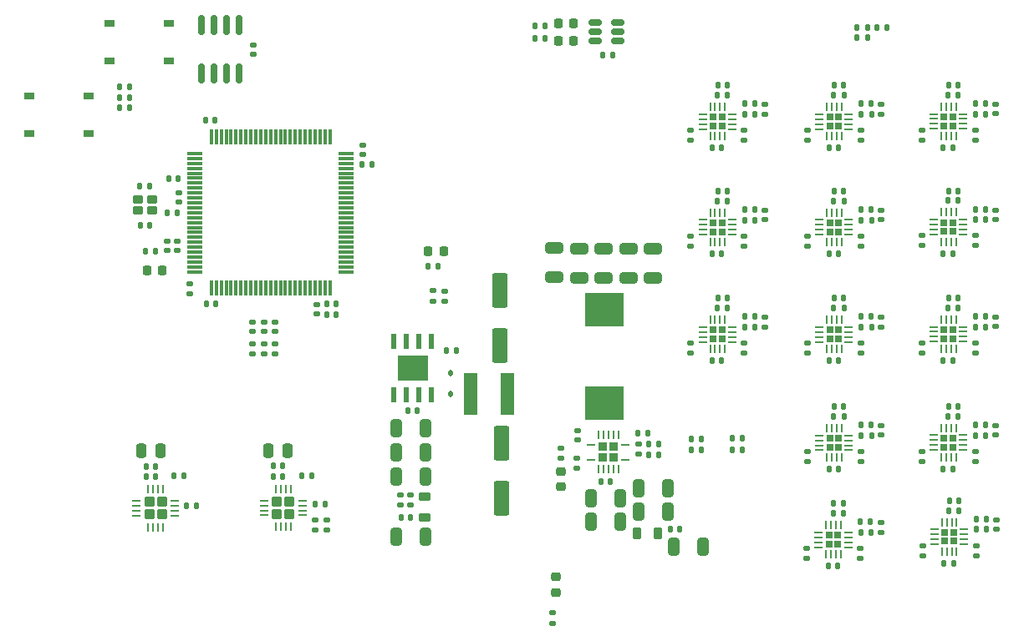
<source format=gbr>
%TF.GenerationSoftware,KiCad,Pcbnew,8.0.1*%
%TF.CreationDate,2024-11-04T21:37:07-08:00*%
%TF.ProjectId,kasm_pcb_rev2,6b61736d-5f70-4636-925f-726576322e6b,rev?*%
%TF.SameCoordinates,Original*%
%TF.FileFunction,Paste,Top*%
%TF.FilePolarity,Positive*%
%FSLAX46Y46*%
G04 Gerber Fmt 4.6, Leading zero omitted, Abs format (unit mm)*
G04 Created by KiCad (PCBNEW 8.0.1) date 2024-11-04 21:37:07*
%MOMM*%
%LPD*%
G01*
G04 APERTURE LIST*
G04 Aperture macros list*
%AMRoundRect*
0 Rectangle with rounded corners*
0 $1 Rounding radius*
0 $2 $3 $4 $5 $6 $7 $8 $9 X,Y pos of 4 corners*
0 Add a 4 corners polygon primitive as box body*
4,1,4,$2,$3,$4,$5,$6,$7,$8,$9,$2,$3,0*
0 Add four circle primitives for the rounded corners*
1,1,$1+$1,$2,$3*
1,1,$1+$1,$4,$5*
1,1,$1+$1,$6,$7*
1,1,$1+$1,$8,$9*
0 Add four rect primitives between the rounded corners*
20,1,$1+$1,$2,$3,$4,$5,0*
20,1,$1+$1,$4,$5,$6,$7,0*
20,1,$1+$1,$6,$7,$8,$9,0*
20,1,$1+$1,$8,$9,$2,$3,0*%
G04 Aperture macros list end*
%ADD10RoundRect,0.135000X-0.185000X0.135000X-0.185000X-0.135000X0.185000X-0.135000X0.185000X0.135000X0*%
%ADD11RoundRect,0.218750X0.256250X-0.218750X0.256250X0.218750X-0.256250X0.218750X-0.256250X-0.218750X0*%
%ADD12RoundRect,0.135000X-0.135000X-0.185000X0.135000X-0.185000X0.135000X0.185000X-0.135000X0.185000X0*%
%ADD13RoundRect,0.250000X0.275000X0.275000X-0.275000X0.275000X-0.275000X-0.275000X0.275000X-0.275000X0*%
%ADD14RoundRect,0.062500X0.375000X0.062500X-0.375000X0.062500X-0.375000X-0.062500X0.375000X-0.062500X0*%
%ADD15RoundRect,0.062500X0.062500X0.375000X-0.062500X0.375000X-0.062500X-0.375000X0.062500X-0.375000X0*%
%ADD16RoundRect,0.250000X0.325000X0.650000X-0.325000X0.650000X-0.325000X-0.650000X0.325000X-0.650000X0*%
%ADD17RoundRect,0.135000X0.135000X0.185000X-0.135000X0.185000X-0.135000X-0.185000X0.135000X-0.185000X0*%
%ADD18R,0.600000X1.550000*%
%ADD19R,3.100000X2.600000*%
%ADD20R,1.000000X0.750000*%
%ADD21RoundRect,0.140000X-0.140000X-0.170000X0.140000X-0.170000X0.140000X0.170000X-0.140000X0.170000X0*%
%ADD22RoundRect,0.140000X0.170000X-0.140000X0.170000X0.140000X-0.170000X0.140000X-0.170000X-0.140000X0*%
%ADD23RoundRect,0.140000X0.140000X0.170000X-0.140000X0.170000X-0.140000X-0.170000X0.140000X-0.170000X0*%
%ADD24RoundRect,0.182500X-0.182500X-0.182500X0.182500X-0.182500X0.182500X0.182500X-0.182500X0.182500X0*%
%ADD25RoundRect,0.062500X-0.325000X-0.062500X0.325000X-0.062500X0.325000X0.062500X-0.325000X0.062500X0*%
%ADD26RoundRect,0.062500X-0.062500X-0.325000X0.062500X-0.325000X0.062500X0.325000X-0.062500X0.325000X0*%
%ADD27R,1.400000X4.200000*%
%ADD28RoundRect,0.218750X-0.218750X-0.256250X0.218750X-0.256250X0.218750X0.256250X-0.218750X0.256250X0*%
%ADD29RoundRect,0.250000X0.550000X-1.500000X0.550000X1.500000X-0.550000X1.500000X-0.550000X-1.500000X0*%
%ADD30RoundRect,0.135000X0.185000X-0.135000X0.185000X0.135000X-0.185000X0.135000X-0.185000X-0.135000X0*%
%ADD31RoundRect,0.112500X0.112500X-0.187500X0.112500X0.187500X-0.112500X0.187500X-0.112500X-0.187500X0*%
%ADD32RoundRect,0.218750X0.381250X-0.218750X0.381250X0.218750X-0.381250X0.218750X-0.381250X-0.218750X0*%
%ADD33RoundRect,0.147500X0.172500X-0.147500X0.172500X0.147500X-0.172500X0.147500X-0.172500X-0.147500X0*%
%ADD34RoundRect,0.250000X0.650000X-0.325000X0.650000X0.325000X-0.650000X0.325000X-0.650000X-0.325000X0*%
%ADD35RoundRect,0.218750X0.218750X0.381250X-0.218750X0.381250X-0.218750X-0.381250X0.218750X-0.381250X0*%
%ADD36RoundRect,0.250000X0.250000X0.475000X-0.250000X0.475000X-0.250000X-0.475000X0.250000X-0.475000X0*%
%ADD37R,4.000000X3.500000*%
%ADD38RoundRect,0.218750X0.218750X0.256250X-0.218750X0.256250X-0.218750X-0.256250X0.218750X-0.256250X0*%
%ADD39RoundRect,0.250000X-0.325000X-0.650000X0.325000X-0.650000X0.325000X0.650000X-0.325000X0.650000X0*%
%ADD40RoundRect,0.150000X-0.150000X0.825000X-0.150000X-0.825000X0.150000X-0.825000X0.150000X0.825000X0*%
%ADD41RoundRect,0.140000X-0.170000X0.140000X-0.170000X-0.140000X0.170000X-0.140000X0.170000X0.140000X0*%
%ADD42RoundRect,0.218750X-0.256250X0.218750X-0.256250X-0.218750X0.256250X-0.218750X0.256250X0.218750X0*%
%ADD43RoundRect,0.150000X0.512500X0.150000X-0.512500X0.150000X-0.512500X-0.150000X0.512500X-0.150000X0*%
%ADD44RoundRect,0.250000X-0.550000X1.500000X-0.550000X-1.500000X0.550000X-1.500000X0.550000X1.500000X0*%
%ADD45R,0.820000X0.820000*%
%ADD46R,0.850000X0.280000*%
%ADD47R,0.280000X0.850000*%
%ADD48RoundRect,0.102000X-0.373000X-0.323000X0.373000X-0.323000X0.373000X0.323000X-0.373000X0.323000X0*%
%ADD49RoundRect,0.075000X-0.725000X-0.075000X0.725000X-0.075000X0.725000X0.075000X-0.725000X0.075000X0*%
%ADD50RoundRect,0.075000X-0.075000X-0.725000X0.075000X-0.725000X0.075000X0.725000X-0.075000X0.725000X0*%
G04 APERTURE END LIST*
D10*
%TO.C,R23*%
X132359400Y-117830600D03*
X132359400Y-116810600D03*
%TD*%
D11*
%TO.C,D9*%
X132685600Y-113153100D03*
X132685600Y-114728100D03*
%TD*%
D12*
%TO.C,R81*%
X160780000Y-106710200D03*
X161800000Y-106710200D03*
%TD*%
D13*
%TO.C,U9*%
X105731100Y-106803800D03*
X105731100Y-105503800D03*
X104431100Y-106803800D03*
X104431100Y-105503800D03*
D14*
X107018600Y-106903800D03*
X107018600Y-106403800D03*
X107018600Y-105903800D03*
X107018600Y-105403800D03*
D15*
X105831100Y-104216300D03*
X105331100Y-104216300D03*
X104831100Y-104216300D03*
X104331100Y-104216300D03*
D14*
X103143600Y-105403800D03*
X103143600Y-105903800D03*
X103143600Y-106403800D03*
X103143600Y-106903800D03*
D15*
X104331100Y-108091300D03*
X104831100Y-108091300D03*
X105331100Y-108091300D03*
X105831100Y-108091300D03*
%TD*%
D12*
%TO.C,R36*%
X172438600Y-64262000D03*
X173458600Y-64262000D03*
%TD*%
D16*
%TO.C,C2*%
X119473800Y-109089800D03*
X116523800Y-109089800D03*
%TD*%
D17*
%TO.C,R7*%
X147421600Y-100253800D03*
X146401600Y-100253800D03*
%TD*%
D12*
%TO.C,R71*%
X172438600Y-85852000D03*
X173458600Y-85852000D03*
%TD*%
%TO.C,R16*%
X93370600Y-76250800D03*
X94390600Y-76250800D03*
%TD*%
D18*
%TO.C,U1*%
X120094600Y-89257600D03*
X118824600Y-89257600D03*
X117554600Y-89257600D03*
X116284600Y-89257600D03*
X116284600Y-94657600D03*
X117554600Y-94657600D03*
X118824600Y-94657600D03*
X120094600Y-94657600D03*
D19*
X118189600Y-91957600D03*
%TD*%
D12*
%TO.C,R76*%
X149045200Y-85877400D03*
X150065200Y-85877400D03*
%TD*%
D20*
%TO.C,SW1*%
X79375000Y-64393600D03*
X85375000Y-64393600D03*
X79375000Y-68143600D03*
X85375000Y-68143600D03*
%TD*%
D10*
%TO.C,R40*%
X169773600Y-78534800D03*
X169773600Y-79554800D03*
%TD*%
%TO.C,R9*%
X134793800Y-101137600D03*
X134793800Y-102157600D03*
%TD*%
D21*
%TO.C,C75*%
X148541800Y-91236800D03*
X149501800Y-91236800D03*
%TD*%
D22*
%TO.C,C50*%
X177266600Y-66164400D03*
X177266600Y-65204400D03*
%TD*%
D12*
%TO.C,R96*%
X149045200Y-75006200D03*
X150065200Y-75006200D03*
%TD*%
D23*
%TO.C,C57*%
X92148600Y-102971600D03*
X91188600Y-102971600D03*
%TD*%
D24*
%TO.C,U12*%
X172023200Y-99074400D03*
X172023200Y-99974400D03*
X172923200Y-99074400D03*
X172923200Y-99974400D03*
D25*
X170985700Y-98774400D03*
X170985700Y-99274400D03*
X170985700Y-99774400D03*
X170985700Y-100274400D03*
D26*
X171723200Y-101011900D03*
X172223200Y-101011900D03*
X172723200Y-101011900D03*
X173223200Y-101011900D03*
D25*
X173960700Y-100274400D03*
X173960700Y-99774400D03*
X173960700Y-99274400D03*
X173960700Y-98774400D03*
D26*
X173223200Y-98036900D03*
X172723200Y-98036900D03*
X172223200Y-98036900D03*
X171723200Y-98036900D03*
%TD*%
D23*
%TO.C,C73*%
X173454000Y-84861400D03*
X172494000Y-84861400D03*
%TD*%
D12*
%TO.C,R54*%
X163624800Y-65151000D03*
X164644800Y-65151000D03*
%TD*%
D21*
%TO.C,C51*%
X171935200Y-80340200D03*
X172895200Y-80340200D03*
%TD*%
D24*
%TO.C,U11*%
X172023200Y-77205000D03*
X172023200Y-78105000D03*
X172923200Y-77205000D03*
X172923200Y-78105000D03*
D25*
X170985700Y-76905000D03*
X170985700Y-77405000D03*
X170985700Y-77905000D03*
X170985700Y-78405000D03*
D26*
X171723200Y-79142500D03*
X172223200Y-79142500D03*
X172723200Y-79142500D03*
X173223200Y-79142500D03*
D25*
X173960700Y-78405000D03*
X173960700Y-77905000D03*
X173960700Y-77405000D03*
X173960700Y-76905000D03*
D26*
X173223200Y-76167500D03*
X172723200Y-76167500D03*
X172223200Y-76167500D03*
X171723200Y-76167500D03*
%TD*%
D16*
%TO.C,C15*%
X139242400Y-105207400D03*
X136292400Y-105207400D03*
%TD*%
D10*
%TO.C,R95*%
X146380200Y-78560200D03*
X146380200Y-79580200D03*
%TD*%
D21*
%TO.C,C25*%
X142141000Y-100736200D03*
X143101000Y-100736200D03*
%TD*%
D22*
%TO.C,C74*%
X177266600Y-87754400D03*
X177266600Y-86794400D03*
%TD*%
D27*
%TO.C,L1*%
X124073600Y-94594800D03*
X127773600Y-94594800D03*
%TD*%
D17*
%TO.C,R13*%
X92159400Y-80137000D03*
X91139400Y-80137000D03*
%TD*%
D21*
%TO.C,C69*%
X148541800Y-69646800D03*
X149501800Y-69646800D03*
%TD*%
D23*
%TO.C,C88*%
X150060600Y-74015600D03*
X149100600Y-74015600D03*
%TD*%
D22*
%TO.C,C62*%
X165684200Y-66189800D03*
X165684200Y-65229800D03*
%TD*%
D12*
%TO.C,R18*%
X119735700Y-81610200D03*
X120755700Y-81610200D03*
%TD*%
D23*
%TO.C,C40*%
X91543200Y-73507600D03*
X90583200Y-73507600D03*
%TD*%
D10*
%TO.C,R80*%
X158115000Y-110264200D03*
X158115000Y-111284200D03*
%TD*%
D28*
%TO.C,D5*%
X119760900Y-80137000D03*
X121335900Y-80137000D03*
%TD*%
D12*
%TO.C,R69*%
X151813800Y-65151000D03*
X152833800Y-65151000D03*
%TD*%
D29*
%TO.C,C8*%
X127015800Y-89647800D03*
X127015800Y-84047800D03*
%TD*%
D21*
%TO.C,C24*%
X142136000Y-99650800D03*
X143096000Y-99650800D03*
%TD*%
D23*
%TO.C,C79*%
X161795400Y-105719600D03*
X160835400Y-105719600D03*
%TD*%
D21*
%TO.C,C54*%
X171935200Y-102209600D03*
X172895200Y-102209600D03*
%TD*%
D23*
%TO.C,C64*%
X161871600Y-84886800D03*
X160911600Y-84886800D03*
%TD*%
D12*
%TO.C,R10*%
X146401600Y-99118932D03*
X147421600Y-99118932D03*
%TD*%
%TO.C,R84*%
X163548600Y-107573800D03*
X164568600Y-107573800D03*
%TD*%
D23*
%TO.C,C27*%
X110441800Y-85471000D03*
X109481800Y-85471000D03*
%TD*%
D10*
%TO.C,R82*%
X163525200Y-110262200D03*
X163525200Y-111282200D03*
%TD*%
D12*
%TO.C,R26*%
X108301600Y-105765600D03*
X109321600Y-105765600D03*
%TD*%
D30*
%TO.C,R27*%
X109499400Y-108383800D03*
X109499400Y-107363800D03*
%TD*%
D31*
%TO.C,D1*%
X122012000Y-94603400D03*
X122012000Y-92503400D03*
%TD*%
D12*
%TO.C,R68*%
X151839200Y-66217800D03*
X152859200Y-66217800D03*
%TD*%
D22*
%TO.C,C71*%
X153873200Y-66189800D03*
X153873200Y-65229800D03*
%TD*%
D12*
%TO.C,R56*%
X160856200Y-85877400D03*
X161876200Y-85877400D03*
%TD*%
D21*
%TO.C,C63*%
X160352800Y-91236800D03*
X161312800Y-91236800D03*
%TD*%
D10*
%TO.C,R90*%
X158191200Y-78560200D03*
X158191200Y-79580200D03*
%TD*%
D12*
%TO.C,R12*%
X88517000Y-65582800D03*
X89537000Y-65582800D03*
%TD*%
%TO.C,R41*%
X172438600Y-74980800D03*
X173458600Y-74980800D03*
%TD*%
D32*
%TO.C,FB1*%
X119446600Y-107104300D03*
X119446600Y-104979300D03*
%TD*%
D10*
%TO.C,R45*%
X169773600Y-100404200D03*
X169773600Y-101424200D03*
%TD*%
D12*
%TO.C,R63*%
X163650200Y-98806000D03*
X164670200Y-98806000D03*
%TD*%
D10*
%TO.C,R35*%
X169773600Y-67816000D03*
X169773600Y-68836000D03*
%TD*%
D12*
%TO.C,R14*%
X88517000Y-63398400D03*
X89537000Y-63398400D03*
%TD*%
D10*
%TO.C,R42*%
X175183800Y-78532800D03*
X175183800Y-79552800D03*
%TD*%
D23*
%TO.C,C70*%
X150060600Y-63296800D03*
X149100600Y-63296800D03*
%TD*%
D21*
%TO.C,C41*%
X90634000Y-77444600D03*
X91594000Y-77444600D03*
%TD*%
D24*
%TO.C,U15*%
X160440800Y-99099800D03*
X160440800Y-99999800D03*
X161340800Y-99099800D03*
X161340800Y-99999800D03*
D25*
X159403300Y-98799800D03*
X159403300Y-99299800D03*
X159403300Y-99799800D03*
X159403300Y-100299800D03*
D26*
X160140800Y-101037300D03*
X160640800Y-101037300D03*
X161140800Y-101037300D03*
X161640800Y-101037300D03*
D25*
X162378300Y-100299800D03*
X162378300Y-99799800D03*
X162378300Y-99299800D03*
X162378300Y-98799800D03*
D26*
X161640800Y-98062300D03*
X161140800Y-98062300D03*
X160640800Y-98062300D03*
X160140800Y-98062300D03*
%TD*%
D22*
%TO.C,C80*%
X165608000Y-108612600D03*
X165608000Y-107652600D03*
%TD*%
D33*
%TO.C,D6*%
X101981000Y-88272000D03*
X101981000Y-87302000D03*
%TD*%
D34*
%TO.C,C19*%
X132542800Y-82756600D03*
X132542800Y-79806600D03*
%TD*%
D33*
%TO.C,D7*%
X103124000Y-88274000D03*
X103124000Y-87304000D03*
%TD*%
D21*
%TO.C,C84*%
X160352800Y-80365600D03*
X161312800Y-80365600D03*
%TD*%
D35*
%TO.C,FB2*%
X143058600Y-108738000D03*
X140933600Y-108738000D03*
%TD*%
D10*
%TO.C,R92*%
X163601400Y-78558200D03*
X163601400Y-79578200D03*
%TD*%
D21*
%TO.C,C36*%
X93504200Y-72720200D03*
X94464200Y-72720200D03*
%TD*%
D22*
%TO.C,C31*%
X94488000Y-75156000D03*
X94488000Y-74196000D03*
%TD*%
D10*
%TO.C,R47*%
X175183800Y-100402200D03*
X175183800Y-101422200D03*
%TD*%
%TO.C,R11*%
X141066600Y-99699600D03*
X141066600Y-100719600D03*
%TD*%
D12*
%TO.C,R49*%
X175207200Y-97713800D03*
X176227200Y-97713800D03*
%TD*%
D22*
%TO.C,C89*%
X153873200Y-76908600D03*
X153873200Y-75948600D03*
%TD*%
D12*
%TO.C,R86*%
X172514800Y-106405400D03*
X173534800Y-106405400D03*
%TD*%
D36*
%TO.C,C58*%
X92618600Y-100355400D03*
X90718600Y-100355400D03*
%TD*%
D37*
%TO.C,L2*%
X137591800Y-95555000D03*
X137591800Y-86055000D03*
%TD*%
D10*
%TO.C,R85*%
X169849800Y-109959400D03*
X169849800Y-110979400D03*
%TD*%
D38*
%TO.C,D4*%
X134518500Y-57023000D03*
X132943500Y-57023000D03*
%TD*%
D10*
%TO.C,R52*%
X163601400Y-67839400D03*
X163601400Y-68859400D03*
%TD*%
D23*
%TO.C,C28*%
X98276800Y-85471000D03*
X97316800Y-85471000D03*
%TD*%
D21*
%TO.C,C66*%
X160352800Y-102235000D03*
X161312800Y-102235000D03*
%TD*%
D39*
%TO.C,C10*%
X144682400Y-110058800D03*
X147632400Y-110058800D03*
%TD*%
D23*
%TO.C,C82*%
X173530200Y-105414800D03*
X172570200Y-105414800D03*
%TD*%
D10*
%TO.C,R21*%
X104267000Y-89533000D03*
X104267000Y-90553000D03*
%TD*%
D12*
%TO.C,R66*%
X149045200Y-64287400D03*
X150065200Y-64287400D03*
%TD*%
D21*
%TO.C,C78*%
X160276600Y-112069600D03*
X161236600Y-112069600D03*
%TD*%
D10*
%TO.C,R65*%
X146380200Y-67841400D03*
X146380200Y-68861400D03*
%TD*%
D34*
%TO.C,C21*%
X137543800Y-82782000D03*
X137543800Y-79832000D03*
%TD*%
D12*
%TO.C,R31*%
X95322200Y-105892600D03*
X96342200Y-105892600D03*
%TD*%
D24*
%TO.C,U18*%
X148629800Y-88101600D03*
X148629800Y-89001600D03*
X149529800Y-88101600D03*
X149529800Y-89001600D03*
D25*
X147592300Y-87801600D03*
X147592300Y-88301600D03*
X147592300Y-88801600D03*
X147592300Y-89301600D03*
D26*
X148329800Y-90039100D03*
X148829800Y-90039100D03*
X149329800Y-90039100D03*
X149829800Y-90039100D03*
D25*
X150567300Y-89301600D03*
X150567300Y-88801600D03*
X150567300Y-88301600D03*
X150567300Y-87801600D03*
D26*
X149829800Y-87064100D03*
X149329800Y-87064100D03*
X148829800Y-87064100D03*
X148329800Y-87064100D03*
%TD*%
D22*
%TO.C,C77*%
X153873200Y-87779800D03*
X153873200Y-86819800D03*
%TD*%
D40*
%TO.C,U3*%
X100595200Y-57138800D03*
X99325200Y-57138800D03*
X98055200Y-57138800D03*
X96785200Y-57138800D03*
X96785200Y-62088800D03*
X98055200Y-62088800D03*
X99325200Y-62088800D03*
X100595200Y-62088800D03*
%TD*%
D20*
%TO.C,SW2*%
X87500200Y-57027600D03*
X93500200Y-57027600D03*
X87500200Y-60777600D03*
X93500200Y-60777600D03*
%TD*%
D10*
%TO.C,R37*%
X175183800Y-67814000D03*
X175183800Y-68834000D03*
%TD*%
D12*
%TO.C,R83*%
X163574000Y-108640600D03*
X164594000Y-108640600D03*
%TD*%
%TO.C,R73*%
X175232600Y-87782400D03*
X176252600Y-87782400D03*
%TD*%
D24*
%TO.C,U8*%
X172023200Y-66486200D03*
X172023200Y-67386200D03*
X172923200Y-66486200D03*
X172923200Y-67386200D03*
D25*
X170985700Y-66186200D03*
X170985700Y-66686200D03*
X170985700Y-67186200D03*
X170985700Y-67686200D03*
D26*
X171723200Y-68423700D03*
X172223200Y-68423700D03*
X172723200Y-68423700D03*
X173223200Y-68423700D03*
D25*
X173960700Y-67686200D03*
X173960700Y-67186200D03*
X173960700Y-66686200D03*
X173960700Y-66186200D03*
D26*
X173223200Y-65448700D03*
X172723200Y-65448700D03*
X172223200Y-65448700D03*
X171723200Y-65448700D03*
%TD*%
D23*
%TO.C,C16*%
X138248200Y-103438666D03*
X137288200Y-103438666D03*
%TD*%
D41*
%TO.C,C35*%
X93298400Y-79098200D03*
X93298400Y-80058200D03*
%TD*%
D12*
%TO.C,R58*%
X163650200Y-87807800D03*
X164670200Y-87807800D03*
%TD*%
D24*
%TO.C,U22*%
X148629800Y-77230400D03*
X148629800Y-78130400D03*
X149529800Y-77230400D03*
X149529800Y-78130400D03*
D25*
X147592300Y-76930400D03*
X147592300Y-77430400D03*
X147592300Y-77930400D03*
X147592300Y-78430400D03*
D26*
X148329800Y-79167900D03*
X148829800Y-79167900D03*
X149329800Y-79167900D03*
X149829800Y-79167900D03*
D25*
X150567300Y-78430400D03*
X150567300Y-77930400D03*
X150567300Y-77430400D03*
X150567300Y-76930400D03*
D26*
X149829800Y-76192900D03*
X149329800Y-76192900D03*
X148829800Y-76192900D03*
X148329800Y-76192900D03*
%TD*%
D22*
%TO.C,C86*%
X165684200Y-76908600D03*
X165684200Y-75948600D03*
%TD*%
D10*
%TO.C,R55*%
X158191200Y-89431400D03*
X158191200Y-90451400D03*
%TD*%
D21*
%TO.C,C33*%
X137467500Y-60198000D03*
X138427500Y-60198000D03*
%TD*%
D22*
%TO.C,C34*%
X94365200Y-80058200D03*
X94365200Y-79098200D03*
%TD*%
D23*
%TO.C,C7*%
X118679400Y-96296600D03*
X117719400Y-96296600D03*
%TD*%
D34*
%TO.C,C20*%
X135043300Y-82780200D03*
X135043300Y-79830200D03*
%TD*%
D21*
%TO.C,C11*%
X144305800Y-108331600D03*
X145265800Y-108331600D03*
%TD*%
D10*
%TO.C,R57*%
X163601400Y-89429400D03*
X163601400Y-90449400D03*
%TD*%
D24*
%TO.C,U21*%
X160440800Y-77230400D03*
X160440800Y-78130400D03*
X161340800Y-77230400D03*
X161340800Y-78130400D03*
D25*
X159403300Y-76930400D03*
X159403300Y-77430400D03*
X159403300Y-77930400D03*
X159403300Y-78430400D03*
D26*
X160140800Y-79167900D03*
X160640800Y-79167900D03*
X161140800Y-79167900D03*
X161640800Y-79167900D03*
D25*
X162378300Y-78430400D03*
X162378300Y-77930400D03*
X162378300Y-77430400D03*
X162378300Y-76930400D03*
D26*
X161640800Y-76192900D03*
X161140800Y-76192900D03*
X160640800Y-76192900D03*
X160140800Y-76192900D03*
%TD*%
D42*
%TO.C,D2*%
X133244400Y-102438100D03*
X133244400Y-104013100D03*
%TD*%
D23*
%TO.C,C37*%
X89507000Y-64490600D03*
X88547000Y-64490600D03*
%TD*%
D10*
%TO.C,R62*%
X163601400Y-100427600D03*
X163601400Y-101447600D03*
%TD*%
D21*
%TO.C,C42*%
X165239000Y-57378600D03*
X166199000Y-57378600D03*
%TD*%
D24*
%TO.C,U19*%
X160364600Y-108934400D03*
X160364600Y-109834400D03*
X161264600Y-108934400D03*
X161264600Y-109834400D03*
D25*
X159327100Y-108634400D03*
X159327100Y-109134400D03*
X159327100Y-109634400D03*
X159327100Y-110134400D03*
D26*
X160064600Y-110871900D03*
X160564600Y-110871900D03*
X161064600Y-110871900D03*
X161564600Y-110871900D03*
D25*
X162302100Y-110134400D03*
X162302100Y-109634400D03*
X162302100Y-109134400D03*
X162302100Y-108634400D03*
D26*
X161564600Y-107896900D03*
X161064600Y-107896900D03*
X160564600Y-107896900D03*
X160064600Y-107896900D03*
%TD*%
D22*
%TO.C,C59*%
X177266600Y-98752600D03*
X177266600Y-97792600D03*
%TD*%
D12*
%TO.C,R32*%
X163229800Y-57378600D03*
X164249800Y-57378600D03*
%TD*%
D22*
%TO.C,C83*%
X177342800Y-108307800D03*
X177342800Y-107347800D03*
%TD*%
D10*
%TO.C,R77*%
X151790400Y-89429400D03*
X151790400Y-90449400D03*
%TD*%
D17*
%TO.C,R33*%
X164247800Y-58445400D03*
X163227800Y-58445400D03*
%TD*%
D43*
%TO.C,U6*%
X138963500Y-58796000D03*
X138963500Y-57846000D03*
X138963500Y-56896000D03*
X136688500Y-56896000D03*
X136688500Y-57846000D03*
X136688500Y-58796000D03*
%TD*%
D44*
%TO.C,C9*%
X127193600Y-99541800D03*
X127193600Y-105141800D03*
%TD*%
D10*
%TO.C,R72*%
X175183800Y-89404000D03*
X175183800Y-90424000D03*
%TD*%
D23*
%TO.C,C85*%
X161871600Y-74015600D03*
X160911600Y-74015600D03*
%TD*%
D22*
%TO.C,C26*%
X102083600Y-60165200D03*
X102083600Y-59205200D03*
%TD*%
D23*
%TO.C,C52*%
X173454000Y-73990200D03*
X172494000Y-73990200D03*
%TD*%
D34*
%TO.C,C18*%
X142544800Y-82807400D03*
X142544800Y-79857400D03*
%TD*%
D12*
%TO.C,R43*%
X175232600Y-76911200D03*
X176252600Y-76911200D03*
%TD*%
%TO.C,R46*%
X172438600Y-96850200D03*
X173458600Y-96850200D03*
%TD*%
D24*
%TO.C,U20*%
X172099400Y-108629600D03*
X172099400Y-109529600D03*
X172999400Y-108629600D03*
X172999400Y-109529600D03*
D25*
X171061900Y-108329600D03*
X171061900Y-108829600D03*
X171061900Y-109329600D03*
X171061900Y-109829600D03*
D26*
X171799400Y-110567100D03*
X172299400Y-110567100D03*
X172799400Y-110567100D03*
X173299400Y-110567100D03*
D25*
X174036900Y-109829600D03*
X174036900Y-109329600D03*
X174036900Y-108829600D03*
X174036900Y-108329600D03*
D26*
X173299400Y-107592100D03*
X172799400Y-107592100D03*
X172299400Y-107592100D03*
X171799400Y-107592100D03*
%TD*%
D16*
%TO.C,C14*%
X139242400Y-107578866D03*
X136292400Y-107578866D03*
%TD*%
D23*
%TO.C,C56*%
X92148600Y-101942800D03*
X91188600Y-101942800D03*
%TD*%
D45*
%TO.C,U2*%
X137467600Y-101055000D03*
X138587600Y-101055000D03*
X137467600Y-99935000D03*
X138587600Y-99935000D03*
D46*
X136302600Y-101245000D03*
D47*
X137027600Y-102220000D03*
X137527600Y-102220000D03*
X138027600Y-102220000D03*
X138527600Y-102220000D03*
X139027600Y-102220000D03*
D46*
X139752600Y-101245000D03*
X139752600Y-99745000D03*
D47*
X139027600Y-98770000D03*
X138527600Y-98770000D03*
X138027600Y-98770000D03*
X137527600Y-98770000D03*
X137027600Y-98770000D03*
D46*
X136302600Y-99745000D03*
%TD*%
D39*
%TO.C,C12*%
X141064000Y-104156732D03*
X144014000Y-104156732D03*
%TD*%
D23*
%TO.C,C43*%
X105029000Y-101904800D03*
X104069000Y-101904800D03*
%TD*%
D30*
%TO.C,R28*%
X108331000Y-108383800D03*
X108331000Y-107363800D03*
%TD*%
D12*
%TO.C,R34*%
X93978000Y-102920800D03*
X94998000Y-102920800D03*
%TD*%
D13*
%TO.C,U10*%
X92826600Y-106822000D03*
X92826600Y-105522000D03*
X91526600Y-106822000D03*
X91526600Y-105522000D03*
D14*
X94114100Y-106922000D03*
X94114100Y-106422000D03*
X94114100Y-105922000D03*
X94114100Y-105422000D03*
D15*
X92926600Y-104234500D03*
X92426600Y-104234500D03*
X91926600Y-104234500D03*
X91426600Y-104234500D03*
D14*
X90239100Y-105422000D03*
X90239100Y-105922000D03*
X90239100Y-106422000D03*
X90239100Y-106922000D03*
D15*
X91426600Y-108109500D03*
X91926600Y-108109500D03*
X92426600Y-108109500D03*
X92926600Y-108109500D03*
%TD*%
D23*
%TO.C,C46*%
X105026400Y-102946200D03*
X104066400Y-102946200D03*
%TD*%
D21*
%TO.C,C81*%
X172011400Y-111764800D03*
X172971400Y-111764800D03*
%TD*%
D12*
%TO.C,R79*%
X151813800Y-86741000D03*
X152833800Y-86741000D03*
%TD*%
D21*
%TO.C,C48*%
X171935200Y-69621400D03*
X172895200Y-69621400D03*
%TD*%
D10*
%TO.C,R67*%
X151790400Y-67839400D03*
X151790400Y-68859400D03*
%TD*%
%TO.C,R3*%
X116932000Y-104869400D03*
X116932000Y-105889400D03*
%TD*%
D21*
%TO.C,C87*%
X148541800Y-80365600D03*
X149501800Y-80365600D03*
%TD*%
D12*
%TO.C,R89*%
X175283400Y-107269000D03*
X176303400Y-107269000D03*
%TD*%
D30*
%TO.C,R4*%
X120234000Y-85148000D03*
X120234000Y-84128000D03*
%TD*%
D34*
%TO.C,C22*%
X140044300Y-82807400D03*
X140044300Y-79857400D03*
%TD*%
D10*
%TO.C,R6*%
X133209200Y-100075900D03*
X133209200Y-101095900D03*
%TD*%
D28*
%TO.C,L3*%
X91287400Y-82032350D03*
X92862400Y-82032350D03*
%TD*%
D24*
%TO.C,U16*%
X148629800Y-66511600D03*
X148629800Y-67411600D03*
X149529800Y-66511600D03*
X149529800Y-67411600D03*
D25*
X147592300Y-66211600D03*
X147592300Y-66711600D03*
X147592300Y-67211600D03*
X147592300Y-67711600D03*
D26*
X148329800Y-68449100D03*
X148829800Y-68449100D03*
X149329800Y-68449100D03*
X149829800Y-68449100D03*
D25*
X150567300Y-67711600D03*
X150567300Y-67211600D03*
X150567300Y-66711600D03*
X150567300Y-66211600D03*
D26*
X149829800Y-65474100D03*
X149329800Y-65474100D03*
X148829800Y-65474100D03*
X148329800Y-65474100D03*
%TD*%
D12*
%TO.C,R61*%
X160856200Y-96875600D03*
X161876200Y-96875600D03*
%TD*%
D21*
%TO.C,C30*%
X97215200Y-66827400D03*
X98175200Y-66827400D03*
%TD*%
D24*
%TO.C,U17*%
X172023200Y-88076200D03*
X172023200Y-88976200D03*
X172923200Y-88076200D03*
X172923200Y-88976200D03*
D25*
X170985700Y-87776200D03*
X170985700Y-88276200D03*
X170985700Y-88776200D03*
X170985700Y-89276200D03*
D26*
X171723200Y-90013700D03*
X172223200Y-90013700D03*
X172723200Y-90013700D03*
X173223200Y-90013700D03*
D25*
X173960700Y-89276200D03*
X173960700Y-88776200D03*
X173960700Y-88276200D03*
X173960700Y-87776200D03*
D26*
X173223200Y-87038700D03*
X172723200Y-87038700D03*
X172223200Y-87038700D03*
X171723200Y-87038700D03*
%TD*%
D12*
%TO.C,R93*%
X163650200Y-76936600D03*
X164670200Y-76936600D03*
%TD*%
D21*
%TO.C,C23*%
X141026600Y-98578000D03*
X141986600Y-98578000D03*
%TD*%
D10*
%TO.C,R2*%
X121419000Y-84144600D03*
X121419000Y-85164600D03*
%TD*%
D12*
%TO.C,R39*%
X175207200Y-65125600D03*
X176227200Y-65125600D03*
%TD*%
%TO.C,R29*%
X106982800Y-102895400D03*
X108002800Y-102895400D03*
%TD*%
D21*
%TO.C,C45*%
X113083400Y-71272400D03*
X114043400Y-71272400D03*
%TD*%
D12*
%TO.C,R74*%
X175207200Y-86715600D03*
X176227200Y-86715600D03*
%TD*%
%TO.C,R38*%
X175232600Y-66192400D03*
X176252600Y-66192400D03*
%TD*%
D41*
%TO.C,C44*%
X108458000Y-85524400D03*
X108458000Y-86484400D03*
%TD*%
D12*
%TO.C,R91*%
X160856200Y-75006200D03*
X161876200Y-75006200D03*
%TD*%
D21*
%TO.C,C32*%
X109479200Y-86537800D03*
X110439200Y-86537800D03*
%TD*%
D10*
%TO.C,R50*%
X158191200Y-67841400D03*
X158191200Y-68861400D03*
%TD*%
D30*
%TO.C,R1*%
X117998800Y-105889400D03*
X117998800Y-104869400D03*
%TD*%
D12*
%TO.C,R51*%
X160856200Y-64287400D03*
X161876200Y-64287400D03*
%TD*%
D10*
%TO.C,R97*%
X151790400Y-78558200D03*
X151790400Y-79578200D03*
%TD*%
D12*
%TO.C,R64*%
X163624800Y-97739200D03*
X164644800Y-97739200D03*
%TD*%
D10*
%TO.C,R75*%
X146380200Y-89431400D03*
X146380200Y-90451400D03*
%TD*%
D12*
%TO.C,R44*%
X175207200Y-75844400D03*
X176227200Y-75844400D03*
%TD*%
%TO.C,R59*%
X163624800Y-86741000D03*
X164644800Y-86741000D03*
%TD*%
D48*
%TO.C,Y1*%
X90402800Y-76003800D03*
X91852800Y-76003800D03*
X91852800Y-74853800D03*
X90402800Y-74853800D03*
%TD*%
D23*
%TO.C,C76*%
X150060600Y-84886800D03*
X149100600Y-84886800D03*
%TD*%
D41*
%TO.C,C29*%
X113110400Y-69319200D03*
X113110400Y-70279200D03*
%TD*%
D22*
%TO.C,C53*%
X177266600Y-76883200D03*
X177266600Y-75923200D03*
%TD*%
D16*
%TO.C,C4*%
X119499200Y-102937332D03*
X116549200Y-102937332D03*
%TD*%
D21*
%TO.C,C1*%
X121659000Y-90170000D03*
X122619000Y-90170000D03*
%TD*%
D12*
%TO.C,R53*%
X163650200Y-66217800D03*
X164670200Y-66217800D03*
%TD*%
%TO.C,R15*%
X130619000Y-58547000D03*
X131639000Y-58547000D03*
%TD*%
%TO.C,R94*%
X163624800Y-75869800D03*
X164644800Y-75869800D03*
%TD*%
%TO.C,R99*%
X151813800Y-75869800D03*
X152833800Y-75869800D03*
%TD*%
D10*
%TO.C,R20*%
X103124000Y-89535000D03*
X103124000Y-90555000D03*
%TD*%
D22*
%TO.C,C65*%
X165684200Y-87779800D03*
X165684200Y-86819800D03*
%TD*%
D49*
%TO.C,U5*%
X96139000Y-70200000D03*
X96139000Y-70700000D03*
X96139000Y-71200000D03*
X96139000Y-71700000D03*
X96139000Y-72200000D03*
X96139000Y-72700000D03*
X96139000Y-73200000D03*
X96139000Y-73700000D03*
X96139000Y-74200000D03*
X96139000Y-74700000D03*
X96139000Y-75200000D03*
X96139000Y-75700000D03*
X96139000Y-76200000D03*
X96139000Y-76700000D03*
X96139000Y-77200000D03*
X96139000Y-77700000D03*
X96139000Y-78200000D03*
X96139000Y-78700000D03*
X96139000Y-79200000D03*
X96139000Y-79700000D03*
X96139000Y-80200000D03*
X96139000Y-80700000D03*
X96139000Y-81200000D03*
X96139000Y-81700000D03*
X96139000Y-82200000D03*
D50*
X97814000Y-83875000D03*
X98314000Y-83875000D03*
X98814000Y-83875000D03*
X99314000Y-83875000D03*
X99814000Y-83875000D03*
X100314000Y-83875000D03*
X100814000Y-83875000D03*
X101314000Y-83875000D03*
X101814000Y-83875000D03*
X102314000Y-83875000D03*
X102814000Y-83875000D03*
X103314000Y-83875000D03*
X103814000Y-83875000D03*
X104314000Y-83875000D03*
X104814000Y-83875000D03*
X105314000Y-83875000D03*
X105814000Y-83875000D03*
X106314000Y-83875000D03*
X106814000Y-83875000D03*
X107314000Y-83875000D03*
X107814000Y-83875000D03*
X108314000Y-83875000D03*
X108814000Y-83875000D03*
X109314000Y-83875000D03*
X109814000Y-83875000D03*
D49*
X111489000Y-82200000D03*
X111489000Y-81700000D03*
X111489000Y-81200000D03*
X111489000Y-80700000D03*
X111489000Y-80200000D03*
X111489000Y-79700000D03*
X111489000Y-79200000D03*
X111489000Y-78700000D03*
X111489000Y-78200000D03*
X111489000Y-77700000D03*
X111489000Y-77200000D03*
X111489000Y-76700000D03*
X111489000Y-76200000D03*
X111489000Y-75700000D03*
X111489000Y-75200000D03*
X111489000Y-74700000D03*
X111489000Y-74200000D03*
X111489000Y-73700000D03*
X111489000Y-73200000D03*
X111489000Y-72700000D03*
X111489000Y-72200000D03*
X111489000Y-71700000D03*
X111489000Y-71200000D03*
X111489000Y-70700000D03*
X111489000Y-70200000D03*
D50*
X109814000Y-68525000D03*
X109314000Y-68525000D03*
X108814000Y-68525000D03*
X108314000Y-68525000D03*
X107814000Y-68525000D03*
X107314000Y-68525000D03*
X106814000Y-68525000D03*
X106314000Y-68525000D03*
X105814000Y-68525000D03*
X105314000Y-68525000D03*
X104814000Y-68525000D03*
X104314000Y-68525000D03*
X103814000Y-68525000D03*
X103314000Y-68525000D03*
X102814000Y-68525000D03*
X102314000Y-68525000D03*
X101814000Y-68525000D03*
X101314000Y-68525000D03*
X100814000Y-68525000D03*
X100314000Y-68525000D03*
X99814000Y-68525000D03*
X99314000Y-68525000D03*
X98814000Y-68525000D03*
X98314000Y-68525000D03*
X97814000Y-68525000D03*
%TD*%
D12*
%TO.C,R48*%
X175232600Y-98780600D03*
X176252600Y-98780600D03*
%TD*%
%TO.C,R98*%
X151839200Y-76936600D03*
X152859200Y-76936600D03*
%TD*%
%TO.C,R88*%
X175308800Y-108335800D03*
X176328800Y-108335800D03*
%TD*%
D21*
%TO.C,C60*%
X160352800Y-69646800D03*
X161312800Y-69646800D03*
%TD*%
D36*
%TO.C,C47*%
X105496400Y-100355400D03*
X103596400Y-100355400D03*
%TD*%
D10*
%TO.C,R19*%
X101981000Y-89533000D03*
X101981000Y-90553000D03*
%TD*%
D16*
%TO.C,C5*%
X119499200Y-100493266D03*
X116549200Y-100493266D03*
%TD*%
D21*
%TO.C,C72*%
X171935200Y-91211400D03*
X172895200Y-91211400D03*
%TD*%
D39*
%TO.C,C13*%
X141064000Y-106528200D03*
X144014000Y-106528200D03*
%TD*%
D10*
%TO.C,R60*%
X158191200Y-100429600D03*
X158191200Y-101449600D03*
%TD*%
D16*
%TO.C,C6*%
X119499200Y-98049200D03*
X116549200Y-98049200D03*
%TD*%
D12*
%TO.C,R17*%
X130619000Y-57277000D03*
X131639000Y-57277000D03*
%TD*%
D17*
%TO.C,R8*%
X151612600Y-99102167D03*
X150592600Y-99102167D03*
%TD*%
D23*
%TO.C,C55*%
X173454000Y-95859600D03*
X172494000Y-95859600D03*
%TD*%
%TO.C,C61*%
X161871600Y-63296800D03*
X160911600Y-63296800D03*
%TD*%
D10*
%TO.C,R22*%
X95656400Y-83386200D03*
X95656400Y-84406200D03*
%TD*%
D22*
%TO.C,C68*%
X165684200Y-98778000D03*
X165684200Y-97818000D03*
%TD*%
D12*
%TO.C,R5*%
X150592600Y-100237033D03*
X151612600Y-100237033D03*
%TD*%
D22*
%TO.C,C17*%
X134926600Y-99261200D03*
X134926600Y-98301200D03*
%TD*%
D10*
%TO.C,R87*%
X175260000Y-109957400D03*
X175260000Y-110977400D03*
%TD*%
D12*
%TO.C,R78*%
X151839200Y-87807800D03*
X152859200Y-87807800D03*
%TD*%
D33*
%TO.C,D8*%
X104267000Y-88270000D03*
X104267000Y-87300000D03*
%TD*%
D23*
%TO.C,C3*%
X117970800Y-107134000D03*
X117010800Y-107134000D03*
%TD*%
D10*
%TO.C,R70*%
X169773600Y-89406000D03*
X169773600Y-90426000D03*
%TD*%
D23*
%TO.C,C49*%
X173454000Y-63271400D03*
X172494000Y-63271400D03*
%TD*%
D24*
%TO.C,U13*%
X160440800Y-66511600D03*
X160440800Y-67411600D03*
X161340800Y-66511600D03*
X161340800Y-67411600D03*
D25*
X159403300Y-66211600D03*
X159403300Y-66711600D03*
X159403300Y-67211600D03*
X159403300Y-67711600D03*
D26*
X160140800Y-68449100D03*
X160640800Y-68449100D03*
X161140800Y-68449100D03*
X161640800Y-68449100D03*
D25*
X162378300Y-67711600D03*
X162378300Y-67211600D03*
X162378300Y-66711600D03*
X162378300Y-66211600D03*
D26*
X161640800Y-65474100D03*
X161140800Y-65474100D03*
X160640800Y-65474100D03*
X160140800Y-65474100D03*
%TD*%
D23*
%TO.C,C67*%
X161871600Y-95885000D03*
X160911600Y-95885000D03*
%TD*%
D24*
%TO.C,U14*%
X160440800Y-88101600D03*
X160440800Y-89001600D03*
X161340800Y-88101600D03*
X161340800Y-89001600D03*
D25*
X159403300Y-87801600D03*
X159403300Y-88301600D03*
X159403300Y-88801600D03*
X159403300Y-89301600D03*
D26*
X160140800Y-90039100D03*
X160640800Y-90039100D03*
X161140800Y-90039100D03*
X161640800Y-90039100D03*
D25*
X162378300Y-89301600D03*
X162378300Y-88801600D03*
X162378300Y-88301600D03*
X162378300Y-87801600D03*
D26*
X161640800Y-87064100D03*
X161140800Y-87064100D03*
X160640800Y-87064100D03*
X160140800Y-87064100D03*
%TD*%
D38*
%TO.C,D3*%
X134518500Y-58801000D03*
X132943500Y-58801000D03*
%TD*%
M02*

</source>
